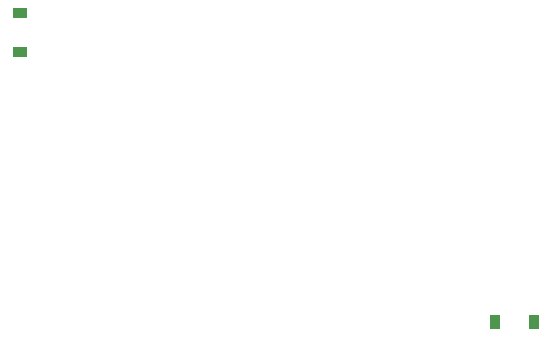
<source format=gbr>
%TF.GenerationSoftware,KiCad,Pcbnew,5.1.7-a382d34a8~88~ubuntu18.04.1*%
%TF.CreationDate,2021-03-18T09:08:07-04:00*%
%TF.ProjectId,Pacman2020,5061636d-616e-4323-9032-302e6b696361,rev?*%
%TF.SameCoordinates,Original*%
%TF.FileFunction,Paste,Bot*%
%TF.FilePolarity,Positive*%
%FSLAX46Y46*%
G04 Gerber Fmt 4.6, Leading zero omitted, Abs format (unit mm)*
G04 Created by KiCad (PCBNEW 5.1.7-a382d34a8~88~ubuntu18.04.1) date 2021-03-18 09:08:07*
%MOMM*%
%LPD*%
G01*
G04 APERTURE LIST*
%ADD10R,0.900000X1.200000*%
%ADD11R,1.200000X0.900000*%
G04 APERTURE END LIST*
D10*
%TO.C,D2*%
X140549000Y-109578000D03*
X143849000Y-109578000D03*
%TD*%
D11*
%TO.C,D1*%
X100330000Y-83440000D03*
X100330000Y-86740000D03*
%TD*%
M02*

</source>
